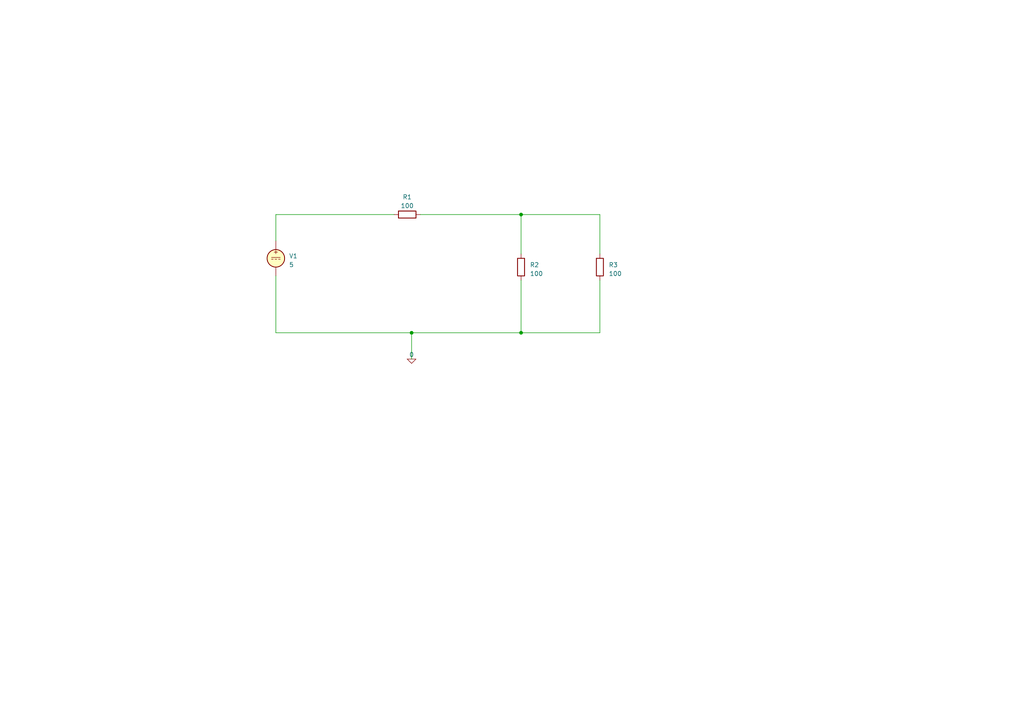
<source format=kicad_sch>
(kicad_sch (version 20230121) (generator eeschema)

  (uuid dde6e9aa-d879-4d3a-aba0-d0e061a95329)

  (paper "A4")

  (lib_symbols
    (symbol "Device:R" (pin_numbers hide) (pin_names (offset 0)) (in_bom yes) (on_board yes)
      (property "Reference" "R" (at 2.032 0 90)
        (effects (font (size 1.27 1.27)))
      )
      (property "Value" "R" (at 0 0 90)
        (effects (font (size 1.27 1.27)))
      )
      (property "Footprint" "" (at -1.778 0 90)
        (effects (font (size 1.27 1.27)) hide)
      )
      (property "Datasheet" "~" (at 0 0 0)
        (effects (font (size 1.27 1.27)) hide)
      )
      (property "ki_keywords" "R res resistor" (at 0 0 0)
        (effects (font (size 1.27 1.27)) hide)
      )
      (property "ki_description" "Resistor" (at 0 0 0)
        (effects (font (size 1.27 1.27)) hide)
      )
      (property "ki_fp_filters" "R_*" (at 0 0 0)
        (effects (font (size 1.27 1.27)) hide)
      )
      (symbol "R_0_1"
        (rectangle (start -1.016 -2.54) (end 1.016 2.54)
          (stroke (width 0.254) (type default))
          (fill (type none))
        )
      )
      (symbol "R_1_1"
        (pin passive line (at 0 3.81 270) (length 1.27)
          (name "~" (effects (font (size 1.27 1.27))))
          (number "1" (effects (font (size 1.27 1.27))))
        )
        (pin passive line (at 0 -3.81 90) (length 1.27)
          (name "~" (effects (font (size 1.27 1.27))))
          (number "2" (effects (font (size 1.27 1.27))))
        )
      )
    )
    (symbol "Simulation_SPICE:0" (power) (pin_names (offset 0)) (in_bom yes) (on_board yes)
      (property "Reference" "#GND" (at 0 -2.54 0)
        (effects (font (size 1.27 1.27)) hide)
      )
      (property "Value" "0" (at 0 -1.778 0)
        (effects (font (size 1.27 1.27)))
      )
      (property "Footprint" "" (at 0 0 0)
        (effects (font (size 1.27 1.27)) hide)
      )
      (property "Datasheet" "~" (at 0 0 0)
        (effects (font (size 1.27 1.27)) hide)
      )
      (property "ki_keywords" "simulation" (at 0 0 0)
        (effects (font (size 1.27 1.27)) hide)
      )
      (property "ki_description" "0V reference potential for simulation" (at 0 0 0)
        (effects (font (size 1.27 1.27)) hide)
      )
      (symbol "0_0_1"
        (polyline
          (pts
            (xy -1.27 0)
            (xy 0 -1.27)
            (xy 1.27 0)
            (xy -1.27 0)
          )
          (stroke (width 0) (type default))
          (fill (type none))
        )
      )
      (symbol "0_1_1"
        (pin power_in line (at 0 0 0) (length 0) hide
          (name "0" (effects (font (size 1.016 1.016))))
          (number "1" (effects (font (size 1.016 1.016))))
        )
      )
    )
    (symbol "Simulation_SPICE:VDC" (pin_numbers hide) (pin_names (offset 0.0254)) (in_bom yes) (on_board yes)
      (property "Reference" "V" (at 2.54 2.54 0)
        (effects (font (size 1.27 1.27)) (justify left))
      )
      (property "Value" "1" (at 2.54 0 0)
        (effects (font (size 1.27 1.27)) (justify left))
      )
      (property "Footprint" "" (at 0 0 0)
        (effects (font (size 1.27 1.27)) hide)
      )
      (property "Datasheet" "~" (at 0 0 0)
        (effects (font (size 1.27 1.27)) hide)
      )
      (property "Sim.Pins" "1=+ 2=-" (at 0 0 0)
        (effects (font (size 1.27 1.27)) hide)
      )
      (property "Sim.Type" "DC" (at 0 0 0)
        (effects (font (size 1.27 1.27)) hide)
      )
      (property "Sim.Device" "V" (at 0 0 0)
        (effects (font (size 1.27 1.27)) (justify left) hide)
      )
      (property "ki_keywords" "simulation" (at 0 0 0)
        (effects (font (size 1.27 1.27)) hide)
      )
      (property "ki_description" "Voltage source, DC" (at 0 0 0)
        (effects (font (size 1.27 1.27)) hide)
      )
      (symbol "VDC_0_0"
        (polyline
          (pts
            (xy -1.27 0.254)
            (xy 1.27 0.254)
          )
          (stroke (width 0) (type default))
          (fill (type none))
        )
        (polyline
          (pts
            (xy -0.762 -0.254)
            (xy -1.27 -0.254)
          )
          (stroke (width 0) (type default))
          (fill (type none))
        )
        (polyline
          (pts
            (xy 0.254 -0.254)
            (xy -0.254 -0.254)
          )
          (stroke (width 0) (type default))
          (fill (type none))
        )
        (polyline
          (pts
            (xy 1.27 -0.254)
            (xy 0.762 -0.254)
          )
          (stroke (width 0) (type default))
          (fill (type none))
        )
        (text "+" (at 0 1.905 0)
          (effects (font (size 1.27 1.27)))
        )
      )
      (symbol "VDC_0_1"
        (circle (center 0 0) (radius 2.54)
          (stroke (width 0.254) (type default))
          (fill (type background))
        )
      )
      (symbol "VDC_1_1"
        (pin passive line (at 0 5.08 270) (length 2.54)
          (name "~" (effects (font (size 1.27 1.27))))
          (number "1" (effects (font (size 1.27 1.27))))
        )
        (pin passive line (at 0 -5.08 90) (length 2.54)
          (name "~" (effects (font (size 1.27 1.27))))
          (number "2" (effects (font (size 1.27 1.27))))
        )
      )
    )
  )

  (junction (at 151.13 96.52) (diameter 0) (color 0 0 0 0)
    (uuid 1de5dfad-3913-46b9-895b-e5137a39448c)
  )
  (junction (at 151.13 62.23) (diameter 0) (color 0 0 0 0)
    (uuid 5c1ccdec-2bb6-49e2-8be1-a96931c7a66c)
  )
  (junction (at 119.38 96.52) (diameter 0) (color 0 0 0 0)
    (uuid f5bf70cd-38fa-47c9-b0d2-65a99acbe589)
  )

  (wire (pts (xy 151.13 81.28) (xy 151.13 96.52))
    (stroke (width 0) (type default))
    (uuid 0245ef45-ada9-426f-a070-47c595b23980)
  )
  (wire (pts (xy 173.99 62.23) (xy 151.13 62.23))
    (stroke (width 0) (type default))
    (uuid 337f9db7-1a4c-4b13-9b36-2355f738afef)
  )
  (wire (pts (xy 173.99 73.66) (xy 173.99 62.23))
    (stroke (width 0) (type default))
    (uuid 4fdc0d60-0443-4cf4-934d-e12d8a4bf7dd)
  )
  (wire (pts (xy 80.01 69.85) (xy 80.01 62.23))
    (stroke (width 0) (type default))
    (uuid 53fb473f-c96a-421c-88c8-9e645ed65f8e)
  )
  (wire (pts (xy 173.99 96.52) (xy 151.13 96.52))
    (stroke (width 0) (type default))
    (uuid 8c6ba083-b622-4225-87c4-361f416e1ba9)
  )
  (wire (pts (xy 80.01 96.52) (xy 119.38 96.52))
    (stroke (width 0) (type default))
    (uuid 971bb107-2f50-4fcb-afbe-61e1c229d9fa)
  )
  (wire (pts (xy 80.01 80.01) (xy 80.01 96.52))
    (stroke (width 0) (type default))
    (uuid 9bf1b926-978d-4a99-8ae2-303cd79c0259)
  )
  (wire (pts (xy 151.13 96.52) (xy 119.38 96.52))
    (stroke (width 0) (type default))
    (uuid b6a8cfe5-b6fa-4216-9b87-1fb509516043)
  )
  (wire (pts (xy 119.38 96.52) (xy 119.38 104.14))
    (stroke (width 0) (type default))
    (uuid bb091b52-6d04-48fe-b3c9-83748460d758)
  )
  (wire (pts (xy 173.99 81.28) (xy 173.99 96.52))
    (stroke (width 0) (type default))
    (uuid d30d289f-f6ed-40ac-bb91-e0f5be00ff1b)
  )
  (wire (pts (xy 151.13 62.23) (xy 151.13 73.66))
    (stroke (width 0) (type default))
    (uuid d610cdff-1263-4cd1-8c96-23f9a2e8d02c)
  )
  (wire (pts (xy 80.01 62.23) (xy 114.3 62.23))
    (stroke (width 0) (type default))
    (uuid df6516b3-b1ab-4781-96fa-d7fd897ad0f4)
  )
  (wire (pts (xy 151.13 62.23) (xy 121.92 62.23))
    (stroke (width 0) (type default))
    (uuid ef341a88-dfa5-4571-8eed-4db66d94d098)
  )

  (symbol (lib_id "Simulation_SPICE:0") (at 119.38 104.14 0) (unit 1)
    (in_bom yes) (on_board yes) (dnp no) (fields_autoplaced)
    (uuid 2eadad0e-749c-437f-a7da-3be3d0b023bd)
    (property "Reference" "#GND01" (at 119.38 106.68 0)
      (effects (font (size 1.27 1.27)) hide)
    )
    (property "Value" "0" (at 119.38 102.87 0)
      (effects (font (size 1.27 1.27)))
    )
    (property "Footprint" "" (at 119.38 104.14 0)
      (effects (font (size 1.27 1.27)) hide)
    )
    (property "Datasheet" "~" (at 119.38 104.14 0)
      (effects (font (size 1.27 1.27)) hide)
    )
    (pin "1" (uuid 5048674a-484c-4f71-81c6-557439e1b22b))
    (instances
      (project ""
        (path "/dde6e9aa-d879-4d3a-aba0-d0e061a95329"
          (reference "#GND01") (unit 1)
        )
      )
    )
  )

  (symbol (lib_id "Device:R") (at 173.99 77.47 0) (unit 1)
    (in_bom yes) (on_board yes) (dnp no) (fields_autoplaced)
    (uuid 557e445d-7fc9-40af-8ecc-220b7b7b498c)
    (property "Reference" "R3" (at 176.53 76.835 0)
      (effects (font (size 1.27 1.27)) (justify left))
    )
    (property "Value" "100" (at 176.53 79.375 0)
      (effects (font (size 1.27 1.27)) (justify left))
    )
    (property "Footprint" "" (at 172.212 77.47 90)
      (effects (font (size 1.27 1.27)) hide)
    )
    (property "Datasheet" "~" (at 173.99 77.47 0)
      (effects (font (size 1.27 1.27)) hide)
    )
    (pin "1" (uuid a9fdbc07-a5b7-42c7-ab42-2acf1f0b594c))
    (pin "2" (uuid 3f88ca85-0863-40cd-b66f-9dc3f098ee81))
    (instances
      (project ""
        (path "/dde6e9aa-d879-4d3a-aba0-d0e061a95329"
          (reference "R3") (unit 1)
        )
      )
    )
  )

  (symbol (lib_id "Simulation_SPICE:VDC") (at 80.01 74.93 0) (unit 1)
    (in_bom yes) (on_board yes) (dnp no) (fields_autoplaced)
    (uuid 7dbfb146-26dc-47a4-b546-b253d12c0ac5)
    (property "Reference" "V1" (at 83.82 74.2592 0)
      (effects (font (size 1.27 1.27)) (justify left))
    )
    (property "Value" "5" (at 83.82 76.7992 0)
      (effects (font (size 1.27 1.27)) (justify left))
    )
    (property "Footprint" "" (at 80.01 74.93 0)
      (effects (font (size 1.27 1.27)) hide)
    )
    (property "Datasheet" "~" (at 80.01 74.93 0)
      (effects (font (size 1.27 1.27)) hide)
    )
    (property "Sim.Pins" "1=+ 2=-" (at 80.01 74.93 0)
      (effects (font (size 1.27 1.27)) hide)
    )
    (property "Sim.Type" "DC" (at 80.01 74.93 0)
      (effects (font (size 1.27 1.27)) hide)
    )
    (property "Sim.Device" "V" (at 80.01 74.93 0)
      (effects (font (size 1.27 1.27)) (justify left) hide)
    )
    (pin "1" (uuid d00c5d78-5173-4be0-8e1f-e44e0448cd72))
    (pin "2" (uuid d726734e-6610-44cf-9d39-16b6484693f5))
    (instances
      (project ""
        (path "/dde6e9aa-d879-4d3a-aba0-d0e061a95329"
          (reference "V1") (unit 1)
        )
      )
    )
  )

  (symbol (lib_id "Device:R") (at 151.13 77.47 0) (unit 1)
    (in_bom yes) (on_board yes) (dnp no) (fields_autoplaced)
    (uuid bdc4025b-a7f5-42df-b782-c23dab44a244)
    (property "Reference" "R2" (at 153.67 76.835 0)
      (effects (font (size 1.27 1.27)) (justify left))
    )
    (property "Value" "100" (at 153.67 79.375 0)
      (effects (font (size 1.27 1.27)) (justify left))
    )
    (property "Footprint" "" (at 149.352 77.47 90)
      (effects (font (size 1.27 1.27)) hide)
    )
    (property "Datasheet" "~" (at 151.13 77.47 0)
      (effects (font (size 1.27 1.27)) hide)
    )
    (pin "1" (uuid 50127dcf-c7d3-447c-933e-6dc3f12e51a7))
    (pin "2" (uuid 08957807-1414-40ff-9faf-c8af7b25829d))
    (instances
      (project ""
        (path "/dde6e9aa-d879-4d3a-aba0-d0e061a95329"
          (reference "R2") (unit 1)
        )
      )
    )
  )

  (symbol (lib_id "Device:R") (at 118.11 62.23 90) (unit 1)
    (in_bom yes) (on_board yes) (dnp no) (fields_autoplaced)
    (uuid cd39383d-0e46-4a35-81ba-2a2ba6a9262f)
    (property "Reference" "R1" (at 118.11 57.15 90)
      (effects (font (size 1.27 1.27)))
    )
    (property "Value" "100" (at 118.11 59.69 90)
      (effects (font (size 1.27 1.27)))
    )
    (property "Footprint" "" (at 118.11 64.008 90)
      (effects (font (size 1.27 1.27)) hide)
    )
    (property "Datasheet" "~" (at 118.11 62.23 0)
      (effects (font (size 1.27 1.27)) hide)
    )
    (property "Sim.Device" "R" (at 118.11 62.23 0)
      (effects (font (size 1.27 1.27)) hide)
    )
    (property "Sim.Pins" "1=+ 2=-" (at 118.11 62.23 0)
      (effects (font (size 1.27 1.27)) hide)
    )
    (pin "1" (uuid a7cc08e6-4508-4161-96f1-2a7de16a94a8))
    (pin "2" (uuid f9e7c8b7-c154-406a-a17a-761457e160c2))
    (instances
      (project ""
        (path "/dde6e9aa-d879-4d3a-aba0-d0e061a95329"
          (reference "R1") (unit 1)
        )
      )
    )
  )

  (sheet_instances
    (path "/" (page "1"))
  )
)

</source>
